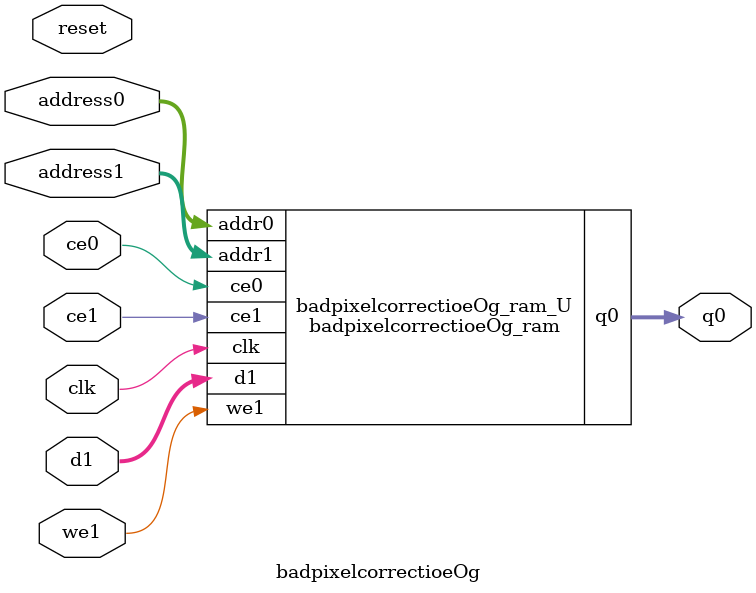
<source format=v>
`timescale 1 ns / 1 ps
module badpixelcorrectioeOg_ram (addr0, ce0, q0, addr1, ce1, d1, we1,  clk);

parameter DWIDTH = 20;
parameter AWIDTH = 10;
parameter MEM_SIZE = 960;

input[AWIDTH-1:0] addr0;
input ce0;
output reg[DWIDTH-1:0] q0;
input[AWIDTH-1:0] addr1;
input ce1;
input[DWIDTH-1:0] d1;
input we1;
input clk;

(* ram_style = "block" *)reg [DWIDTH-1:0] ram[0:MEM_SIZE-1];




always @(posedge clk)  
begin 
    if (ce0) begin
        q0 <= ram[addr0];
    end
end


always @(posedge clk)  
begin 
    if (ce1) begin
        if (we1) 
            ram[addr1] <= d1; 
    end
end


endmodule

`timescale 1 ns / 1 ps
module badpixelcorrectioeOg(
    reset,
    clk,
    address0,
    ce0,
    q0,
    address1,
    ce1,
    we1,
    d1);

parameter DataWidth = 32'd20;
parameter AddressRange = 32'd960;
parameter AddressWidth = 32'd10;
input reset;
input clk;
input[AddressWidth - 1:0] address0;
input ce0;
output[DataWidth - 1:0] q0;
input[AddressWidth - 1:0] address1;
input ce1;
input we1;
input[DataWidth - 1:0] d1;



badpixelcorrectioeOg_ram badpixelcorrectioeOg_ram_U(
    .clk( clk ),
    .addr0( address0 ),
    .ce0( ce0 ),
    .q0( q0 ),
    .addr1( address1 ),
    .ce1( ce1 ),
    .we1( we1 ),
    .d1( d1 ));

endmodule


</source>
